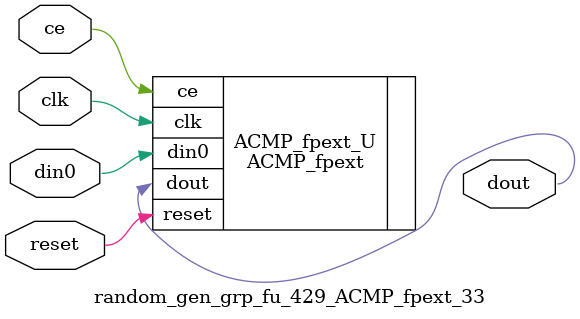
<source format=v>

`timescale 1 ns / 1 ps
module random_gen_grp_fu_429_ACMP_fpext_33(
    clk,
    reset,
    ce,
    din0,
    dout);

parameter ID = 32'd1;
parameter NUM_STAGE = 32'd1;
parameter din0_WIDTH = 32'd1;
parameter dout_WIDTH = 32'd1;
input clk;
input reset;
input ce;
input[din0_WIDTH - 1:0] din0;
output[dout_WIDTH - 1:0] dout;



ACMP_fpext #(
.ID( ID ),
.NUM_STAGE( 2 ),
.din0_WIDTH( din0_WIDTH ),
.dout_WIDTH( dout_WIDTH ))
ACMP_fpext_U(
    .clk( clk ),
    .reset( reset ),
    .ce( ce ),
    .din0( din0 ),
    .dout( dout ));

endmodule

</source>
